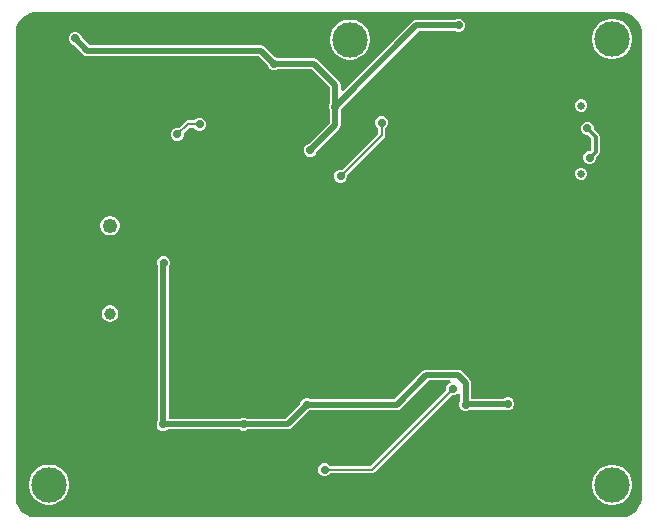
<source format=gbr>
%TF.GenerationSoftware,Altium Limited,Altium Designer,24.5.2 (23)*%
G04 Layer_Physical_Order=2*
G04 Layer_Color=16711680*
%FSLAX45Y45*%
%MOMM*%
%TF.SameCoordinates,DE48C8CA-727C-43F3-B7AC-81352024B8C0*%
%TF.FilePolarity,Positive*%
%TF.FileFunction,Copper,L2,Bot,Signal*%
%TF.Part,Single*%
G01*
G75*
%TA.AperFunction,Conductor*%
%ADD10C,0.50000*%
%ADD41C,0.20000*%
%ADD42C,0.30000*%
%TA.AperFunction,ComponentPad*%
%ADD45C,1.00000*%
%ADD46C,1.25000*%
%ADD47C,0.65000*%
%TA.AperFunction,ViaPad*%
%ADD48C,3.00000*%
%ADD49C,0.70000*%
%ADD50C,0.50000*%
G36*
X12076045Y11143275D02*
X12107893Y11130083D01*
X12136556Y11110931D01*
X12160931Y11086556D01*
X12180083Y11057894D01*
X12193275Y11026046D01*
X12200000Y10992236D01*
Y10975000D01*
Y7050000D01*
Y7032764D01*
X12193275Y6998954D01*
X12180083Y6967106D01*
X12160931Y6938444D01*
X12136556Y6914068D01*
X12107893Y6894917D01*
X12076045Y6881725D01*
X12042236Y6875000D01*
X7057764D01*
X7023954Y6881725D01*
X6992106Y6894917D01*
X6963444Y6914068D01*
X6939068Y6938444D01*
X6919917Y6967106D01*
X6906725Y6998954D01*
X6900000Y7032764D01*
Y7050000D01*
Y10975000D01*
Y10992236D01*
X6906725Y11026046D01*
X6919917Y11057893D01*
X6939068Y11086556D01*
X6963444Y11110931D01*
X6992106Y11130083D01*
X7023954Y11143275D01*
X7057764Y11150000D01*
X12042236D01*
X12076045Y11143275D01*
D02*
G37*
%LPC*%
G36*
X10660940Y11095000D02*
X10639060D01*
X10618845Y11086627D01*
X10618100Y11085882D01*
X10292500D01*
X10274942Y11082389D01*
X10260057Y11072443D01*
X9669359Y10481746D01*
X9650882Y10489399D01*
Y10535000D01*
X9647389Y10552558D01*
X9637443Y10567443D01*
X9457443Y10747443D01*
X9442558Y10757389D01*
X9425000Y10760881D01*
X9119400D01*
X9118655Y10761626D01*
X9098440Y10770000D01*
X9097386D01*
X9009943Y10857443D01*
X8995058Y10867389D01*
X8977500Y10870881D01*
X7526505D01*
X7457500Y10939886D01*
Y10940940D01*
X7449127Y10961155D01*
X7433655Y10976627D01*
X7413440Y10985000D01*
X7391560D01*
X7371345Y10976627D01*
X7355874Y10961155D01*
X7347500Y10940940D01*
Y10919060D01*
X7355874Y10898845D01*
X7371345Y10883373D01*
X7391560Y10875000D01*
X7392614D01*
X7475057Y10792557D01*
X7489942Y10782611D01*
X7507500Y10779118D01*
X8958495D01*
X9032500Y10705113D01*
Y10704060D01*
X9040873Y10683845D01*
X9056345Y10668373D01*
X9076560Y10660000D01*
X9098440D01*
X9118655Y10668373D01*
X9119400Y10669118D01*
X9405995D01*
X9559119Y10515995D01*
Y10384400D01*
X9558374Y10383655D01*
X9550000Y10363440D01*
Y10341560D01*
X9558374Y10321345D01*
X9559119Y10320600D01*
Y10216505D01*
X9382613Y10040000D01*
X9381560D01*
X9361345Y10031627D01*
X9345873Y10016155D01*
X9337500Y9995940D01*
Y9974060D01*
X9345873Y9953845D01*
X9361345Y9938374D01*
X9381560Y9930000D01*
X9403440D01*
X9423655Y9938374D01*
X9439126Y9953845D01*
X9447500Y9974060D01*
Y9975114D01*
X9637443Y10165057D01*
X9647389Y10179942D01*
X9650882Y10197500D01*
Y10320600D01*
X9651627Y10321345D01*
X9660000Y10341560D01*
Y10342614D01*
X10311505Y10994118D01*
X10618100D01*
X10618845Y10993373D01*
X10639060Y10985000D01*
X10660940D01*
X10681155Y10993373D01*
X10696627Y11008845D01*
X10705000Y11029060D01*
Y11050940D01*
X10696627Y11071155D01*
X10681155Y11086627D01*
X10660940Y11095000D01*
D02*
G37*
G36*
X11966743D02*
X11933257D01*
X11900413Y11088467D01*
X11869475Y11075652D01*
X11841631Y11057047D01*
X11817952Y11033369D01*
X11799348Y11005525D01*
X11786533Y10974587D01*
X11780000Y10941743D01*
Y10908257D01*
X11786533Y10875413D01*
X11799348Y10844475D01*
X11817952Y10816631D01*
X11841631Y10792953D01*
X11869475Y10774348D01*
X11900413Y10761533D01*
X11933257Y10755000D01*
X11966743D01*
X11999587Y10761533D01*
X12030525Y10774348D01*
X12058369Y10792953D01*
X12082047Y10816631D01*
X12100652Y10844475D01*
X12113467Y10875413D01*
X12120000Y10908257D01*
Y10941743D01*
X12113467Y10974587D01*
X12100652Y11005525D01*
X12082047Y11033369D01*
X12058369Y11057047D01*
X12030525Y11075652D01*
X11999587Y11088467D01*
X11966743Y11095000D01*
D02*
G37*
G36*
X9746744Y11090000D02*
X9713257D01*
X9680413Y11083467D01*
X9649475Y11070652D01*
X9621632Y11052047D01*
X9597953Y11028369D01*
X9579348Y11000525D01*
X9566533Y10969587D01*
X9560000Y10936743D01*
Y10903257D01*
X9566533Y10870413D01*
X9579348Y10839475D01*
X9597953Y10811631D01*
X9621632Y10787953D01*
X9649475Y10769348D01*
X9680413Y10756533D01*
X9713257Y10750000D01*
X9746744D01*
X9779587Y10756533D01*
X9810525Y10769348D01*
X9838369Y10787953D01*
X9862048Y10811631D01*
X9880652Y10839475D01*
X9893467Y10870413D01*
X9900000Y10903257D01*
Y10936743D01*
X9893467Y10969587D01*
X9880652Y11000525D01*
X9862048Y11028369D01*
X9838369Y11052047D01*
X9810525Y11070652D01*
X9779587Y11083467D01*
X9746744Y11090000D01*
D02*
G37*
G36*
X11697943Y10414000D02*
X11677057D01*
X11657761Y10406007D01*
X11642992Y10391239D01*
X11635000Y10371943D01*
Y10351057D01*
X11642992Y10331761D01*
X11657761Y10316992D01*
X11677057Y10309000D01*
X11697943D01*
X11717239Y10316992D01*
X11732007Y10331761D01*
X11740000Y10351057D01*
Y10371943D01*
X11732007Y10391239D01*
X11717239Y10406007D01*
X11697943Y10414000D01*
D02*
G37*
G36*
X8468440Y10257500D02*
X8446560D01*
X8426345Y10249127D01*
X8412806Y10235588D01*
X8355001D01*
X8355000Y10235588D01*
X8343295Y10233259D01*
X8333371Y10226629D01*
X8333371Y10226628D01*
X8279007Y10172265D01*
X8278440Y10172500D01*
X8256560D01*
X8236345Y10164126D01*
X8220874Y10148655D01*
X8212500Y10128440D01*
Y10106560D01*
X8220874Y10086345D01*
X8236345Y10070873D01*
X8256560Y10062500D01*
X8278440D01*
X8298655Y10070873D01*
X8314127Y10086345D01*
X8322500Y10106560D01*
Y10128440D01*
X8322265Y10129007D01*
X8367670Y10174412D01*
X8409603D01*
X8410873Y10171345D01*
X8426345Y10155874D01*
X8446560Y10147500D01*
X8468440D01*
X8488655Y10155874D01*
X8504127Y10171345D01*
X8512500Y10191560D01*
Y10213440D01*
X8504127Y10233655D01*
X8488655Y10249127D01*
X8468440Y10257500D01*
D02*
G37*
G36*
X11750940Y10222500D02*
X11729060D01*
X11708845Y10214127D01*
X11693373Y10198655D01*
X11685000Y10178440D01*
Y10156560D01*
X11693373Y10136345D01*
X11708845Y10120874D01*
X11729060Y10112500D01*
X11744533D01*
X11774314Y10082718D01*
Y9984782D01*
X11764532Y9975000D01*
X11749060D01*
X11728845Y9966626D01*
X11713374Y9951155D01*
X11705000Y9930940D01*
Y9909060D01*
X11713374Y9888845D01*
X11728845Y9873373D01*
X11749060Y9865000D01*
X11770940D01*
X11791155Y9873373D01*
X11806627Y9888845D01*
X11815000Y9909060D01*
Y9924533D01*
X11835234Y9944766D01*
X11842969Y9956344D01*
X11845686Y9970000D01*
Y10097500D01*
X11842969Y10111156D01*
X11835234Y10122734D01*
X11795000Y10162967D01*
Y10178440D01*
X11786626Y10198655D01*
X11771155Y10214127D01*
X11750940Y10222500D01*
D02*
G37*
G36*
X10008440Y10272500D02*
X9986560D01*
X9966345Y10264127D01*
X9950873Y10248655D01*
X9942500Y10228440D01*
Y10206560D01*
X9950873Y10186345D01*
X9966345Y10170873D01*
X9966912Y10170639D01*
Y10122670D01*
X9664007Y9819765D01*
X9663440Y9820000D01*
X9641560D01*
X9621345Y9811627D01*
X9605874Y9796155D01*
X9597500Y9775940D01*
Y9754060D01*
X9605874Y9733845D01*
X9621345Y9718374D01*
X9641560Y9710000D01*
X9663440D01*
X9683655Y9718374D01*
X9699127Y9733845D01*
X9707500Y9754060D01*
Y9775940D01*
X9707265Y9776507D01*
X10019128Y10088370D01*
X10019129Y10088371D01*
X10025759Y10098295D01*
X10028088Y10110000D01*
X10028088Y10110001D01*
Y10170639D01*
X10028655Y10170873D01*
X10044126Y10186345D01*
X10052500Y10206560D01*
Y10228440D01*
X10044126Y10248655D01*
X10028655Y10264127D01*
X10008440Y10272500D01*
D02*
G37*
G36*
X11697943Y9836000D02*
X11677057D01*
X11657761Y9828007D01*
X11642992Y9813239D01*
X11635000Y9793943D01*
Y9773057D01*
X11642992Y9753761D01*
X11657761Y9738992D01*
X11677057Y9731000D01*
X11697943D01*
X11717239Y9738992D01*
X11732007Y9753761D01*
X11740000Y9773057D01*
Y9793943D01*
X11732007Y9813239D01*
X11717239Y9828007D01*
X11697943Y9836000D01*
D02*
G37*
G36*
X7710861Y9427500D02*
X7689139D01*
X7668156Y9421878D01*
X7649344Y9411016D01*
X7633984Y9395656D01*
X7623122Y9376844D01*
X7617500Y9355861D01*
Y9334139D01*
X7623122Y9313156D01*
X7633984Y9294344D01*
X7649344Y9278983D01*
X7668156Y9268122D01*
X7689139Y9262500D01*
X7710861D01*
X7731844Y9268122D01*
X7750656Y9278983D01*
X7766016Y9294344D01*
X7776878Y9313156D01*
X7782500Y9334139D01*
Y9355861D01*
X7776878Y9376844D01*
X7766016Y9395656D01*
X7750656Y9411016D01*
X7731844Y9421878D01*
X7710861Y9427500D01*
D02*
G37*
G36*
X7709216Y8670000D02*
X7690784D01*
X7672981Y8665229D01*
X7657019Y8656014D01*
X7643986Y8642981D01*
X7634771Y8627019D01*
X7630000Y8609215D01*
Y8590784D01*
X7634771Y8572981D01*
X7643986Y8557019D01*
X7657019Y8543986D01*
X7672981Y8534770D01*
X7690784Y8530000D01*
X7709216D01*
X7727019Y8534770D01*
X7742981Y8543986D01*
X7756014Y8557019D01*
X7765230Y8572981D01*
X7770000Y8590784D01*
Y8609215D01*
X7765230Y8627019D01*
X7756014Y8642981D01*
X7742981Y8656014D01*
X7727019Y8665229D01*
X7709216Y8670000D01*
D02*
G37*
G36*
X8163440Y9085000D02*
X8141560D01*
X8121345Y9076626D01*
X8105874Y9061155D01*
X8097500Y9040940D01*
Y9019060D01*
X8104119Y9003082D01*
Y7696900D01*
X8100874Y7693655D01*
X8092500Y7673440D01*
Y7651560D01*
X8100874Y7631345D01*
X8116345Y7615874D01*
X8136560Y7607500D01*
X8158440D01*
X8178655Y7615874D01*
X8180492Y7617711D01*
X8187568Y7619118D01*
X8798100D01*
X8798845Y7618373D01*
X8819060Y7610000D01*
X8840940D01*
X8861155Y7618373D01*
X8861900Y7619118D01*
X9202500D01*
X9220058Y7622611D01*
X9234943Y7632557D01*
X9374887Y7772500D01*
X9375940D01*
X9396155Y7780873D01*
X9396900Y7781618D01*
X10125000D01*
X10142558Y7785111D01*
X10157443Y7795057D01*
X10396505Y8034119D01*
X10579419D01*
X10583397Y8014119D01*
X10571345Y8009126D01*
X10555873Y7993655D01*
X10547500Y7973440D01*
Y7951560D01*
X10547735Y7950993D01*
X9904830Y7308088D01*
X9561861D01*
X9561627Y7308655D01*
X9546155Y7324127D01*
X9525940Y7332500D01*
X9504060D01*
X9483845Y7324127D01*
X9468373Y7308655D01*
X9460000Y7288440D01*
Y7266560D01*
X9468373Y7246345D01*
X9483845Y7230874D01*
X9504060Y7222500D01*
X9525940D01*
X9546155Y7230874D01*
X9561627Y7246345D01*
X9561861Y7246912D01*
X9917499D01*
X9917500Y7246912D01*
X9929205Y7249241D01*
X9939129Y7255871D01*
X10590993Y7907735D01*
X10591560Y7907500D01*
X10613440D01*
X10633655Y7915873D01*
X10644118Y7926337D01*
X10664118Y7919254D01*
Y7861900D01*
X10663373Y7861155D01*
X10655000Y7840940D01*
Y7819060D01*
X10663373Y7798845D01*
X10678845Y7783374D01*
X10699060Y7775000D01*
X10720940D01*
X10741155Y7783374D01*
X10744400Y7786619D01*
X11040582D01*
X11056560Y7780000D01*
X11078440D01*
X11098655Y7788374D01*
X11114127Y7803845D01*
X11122500Y7824060D01*
Y7845940D01*
X11114127Y7866155D01*
X11098655Y7881627D01*
X11078440Y7890000D01*
X11056560D01*
X11036345Y7881627D01*
X11033100Y7878382D01*
X10755881D01*
Y8015000D01*
X10752389Y8032558D01*
X10742443Y8047443D01*
X10677443Y8112443D01*
X10662558Y8122389D01*
X10645000Y8125882D01*
X10377500D01*
X10359942Y8122389D01*
X10345057Y8112443D01*
X10105995Y7873382D01*
X9396900D01*
X9396155Y7874126D01*
X9375940Y7882500D01*
X9354060D01*
X9333845Y7874126D01*
X9318374Y7858655D01*
X9310000Y7838440D01*
Y7837386D01*
X9183495Y7710881D01*
X8861900D01*
X8861155Y7711626D01*
X8840940Y7720000D01*
X8819060D01*
X8798845Y7711626D01*
X8798100Y7710881D01*
X8195882D01*
Y8995600D01*
X8199127Y8998845D01*
X8207500Y9019060D01*
Y9040940D01*
X8199127Y9061155D01*
X8183655Y9076626D01*
X8163440Y9085000D01*
D02*
G37*
G36*
X7198348Y7322000D02*
X7164861D01*
X7132018Y7315467D01*
X7101080Y7302652D01*
X7073236Y7284048D01*
X7049557Y7260369D01*
X7030953Y7232525D01*
X7018138Y7201587D01*
X7011605Y7168744D01*
Y7135257D01*
X7018138Y7102413D01*
X7030953Y7071475D01*
X7049557Y7043632D01*
X7073236Y7019953D01*
X7101080Y7001348D01*
X7132018Y6988533D01*
X7164861Y6982000D01*
X7198348D01*
X7231192Y6988533D01*
X7262130Y7001348D01*
X7289973Y7019953D01*
X7313652Y7043632D01*
X7332257Y7071475D01*
X7345072Y7102413D01*
X7351605Y7135257D01*
Y7168744D01*
X7345072Y7201587D01*
X7332257Y7232525D01*
X7313652Y7260369D01*
X7289973Y7284048D01*
X7262130Y7302652D01*
X7231192Y7315467D01*
X7198348Y7322000D01*
D02*
G37*
G36*
X11966743Y7320000D02*
X11933257D01*
X11900413Y7313467D01*
X11869475Y7300652D01*
X11841631Y7282047D01*
X11817952Y7258369D01*
X11799348Y7230525D01*
X11786533Y7199587D01*
X11780000Y7166743D01*
Y7133256D01*
X11786533Y7100413D01*
X11799348Y7069475D01*
X11817952Y7041631D01*
X11841631Y7017952D01*
X11869475Y6999348D01*
X11900413Y6986533D01*
X11933257Y6980000D01*
X11966743D01*
X11999587Y6986533D01*
X12030525Y6999348D01*
X12058369Y7017952D01*
X12082047Y7041631D01*
X12100652Y7069475D01*
X12113467Y7100413D01*
X12120000Y7133256D01*
Y7166743D01*
X12113467Y7199587D01*
X12100652Y7230525D01*
X12082047Y7258369D01*
X12058369Y7282047D01*
X12030525Y7300652D01*
X11999587Y7313467D01*
X11966743Y7320000D01*
D02*
G37*
%LPD*%
D10*
X9605000Y10352500D02*
X10292500Y11040000D01*
X10650000D01*
X7402500Y10930000D02*
X7507500Y10825000D01*
X8977500D02*
X9087500Y10715000D01*
X7507500Y10825000D02*
X8977500D01*
X9087500Y10715000D02*
X9425000D01*
X9605000Y10352500D02*
Y10535000D01*
X9425000Y10715000D02*
X9605000Y10535000D01*
X9392500Y9985000D02*
X9605000Y10197500D01*
Y10352500D01*
X8150000Y7665000D02*
Y9027500D01*
X8152500Y9030000D01*
X8147500Y7662500D02*
X8150000Y7665000D01*
X8147500Y7662500D02*
X8175000D01*
X8177500Y7665000D01*
X8830000D01*
X9202500D01*
X9365000Y7827500D01*
X10125000D01*
X10377500Y8080000D02*
X10645000D01*
X10125000Y7827500D02*
X10377500Y8080000D01*
X10710000Y7830000D02*
Y8015000D01*
X10645000Y8080000D02*
X10710000Y8015000D01*
X11065000Y7832500D02*
X11067500Y7835000D01*
X10710000Y7830000D02*
X10712500Y7832500D01*
X11065000D01*
D41*
X9917500Y7277500D02*
X10602500Y7962500D01*
X9652500Y9765000D02*
X9997500Y10110000D01*
Y10217500D01*
X9515000Y7277500D02*
X9917500D01*
X8455000Y10205000D02*
X8457500Y10202500D01*
X8355000Y10205000D02*
X8455000D01*
X8267500Y10117500D02*
X8355000Y10205000D01*
D42*
X11760000Y9920000D02*
Y9920000D01*
X11810000Y9970000D01*
X11740000Y10167500D02*
X11810000Y10097500D01*
Y9970000D02*
Y10097500D01*
D45*
X7700000Y8600000D02*
D03*
D46*
Y9345000D02*
D03*
D47*
X11687500Y10361500D02*
D03*
Y9783500D02*
D03*
D48*
X9730000Y10920000D02*
D03*
X11950000Y10925000D02*
D03*
Y7150000D02*
D03*
X7181605Y7152000D02*
D03*
D49*
X11680000Y9160000D02*
D03*
X10160000Y9970000D02*
D03*
X10650000Y11040000D02*
D03*
X8670000Y9117500D02*
D03*
X11550000Y9370000D02*
D03*
X11457500Y10427500D02*
D03*
X8722500Y9932500D02*
D03*
X7402500Y10930000D02*
D03*
X9087500Y10715000D02*
D03*
X9605000Y10352500D02*
D03*
X9400000Y10175000D02*
D03*
Y10500000D02*
D03*
X9392500Y9985000D02*
D03*
X8152500Y9030000D02*
D03*
X8147500Y7662500D02*
D03*
X8830000Y7665000D02*
D03*
X9365000Y7827500D02*
D03*
X10602500Y7962500D02*
D03*
X10500000Y8200000D02*
D03*
X11067500Y7835000D02*
D03*
X10710000Y7830000D02*
D03*
X7697500Y7807500D02*
D03*
X8697500Y7800000D02*
D03*
X11060000Y10720000D02*
D03*
Y10080000D02*
D03*
X10910000Y9210000D02*
D03*
X11360000Y9120000D02*
D03*
X11660000Y8870000D02*
D03*
Y8980000D02*
D03*
X11930000Y8720000D02*
D03*
X11940000Y8300000D02*
D03*
X11350000Y7525000D02*
D03*
X9875000D02*
D03*
X10200000Y8125000D02*
D03*
X9475000Y9700000D02*
D03*
X9652500Y9765000D02*
D03*
X8375000Y7175000D02*
D03*
X7700000Y7200000D02*
D03*
X9050000D02*
D03*
X8725000Y8325000D02*
D03*
X8575000Y8450000D02*
D03*
X7800000Y10425000D02*
D03*
X8625000Y10675000D02*
D03*
X8475000Y10650000D02*
D03*
X10547500Y9150000D02*
D03*
X9325000Y9425000D02*
D03*
X10100000Y8075000D02*
D03*
X9325000Y8825000D02*
D03*
X9997500Y10217500D02*
D03*
X9515000Y7277500D02*
D03*
X11760000Y9920000D02*
D03*
X11740000Y10167500D02*
D03*
X8457500Y10202500D02*
D03*
X8267500Y10117500D02*
D03*
D50*
X9680000Y9020000D02*
D03*
X9790000D02*
D03*
X9900000D02*
D03*
X10010000D02*
D03*
X10120000D02*
D03*
X9680000Y8910000D02*
D03*
X9790000D02*
D03*
X9900000D02*
D03*
X10010000D02*
D03*
X10120000D02*
D03*
X9680000Y8800000D02*
D03*
X9790000D02*
D03*
X9900000D02*
D03*
X10010000D02*
D03*
X10120000D02*
D03*
X9680000Y8690000D02*
D03*
X9790000D02*
D03*
X9900000D02*
D03*
X10010000D02*
D03*
X10120000D02*
D03*
X9680000Y8580000D02*
D03*
X9790000D02*
D03*
X9900000D02*
D03*
X10010000D02*
D03*
X10120000D02*
D03*
X8902500Y10195000D02*
D03*
Y10305000D02*
D03*
X8792500D02*
D03*
Y10195000D02*
D03*
%TF.MD5,eed8c3f603d71d60bd02a4c7bda3598a*%
M02*

</source>
